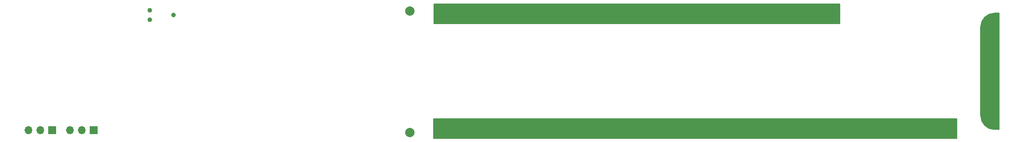
<source format=gbr>
%TF.GenerationSoftware,KiCad,Pcbnew,7.0.6*%
%TF.CreationDate,2023-10-18T20:18:50+02:00*%
%TF.ProjectId,Hydrofoil,48796472-6f66-46f6-996c-2e6b69636164,rev?*%
%TF.SameCoordinates,Original*%
%TF.FileFunction,Soldermask,Bot*%
%TF.FilePolarity,Negative*%
%FSLAX46Y46*%
G04 Gerber Fmt 4.6, Leading zero omitted, Abs format (unit mm)*
G04 Created by KiCad (PCBNEW 7.0.6) date 2023-10-18 20:18:50*
%MOMM*%
%LPD*%
G01*
G04 APERTURE LIST*
%ADD10C,0.150000*%
%ADD11C,0.200000*%
%ADD12R,1.700000X1.700000*%
%ADD13O,1.700000X1.700000*%
%ADD14C,0.990600*%
%ADD15C,2.000000*%
G04 APERTURE END LIST*
D10*
X135717278Y-99373207D02*
X247795002Y-99373207D01*
X247795002Y-103533764D01*
X135717278Y-103533764D01*
X135717278Y-99373207D01*
G36*
X135717278Y-99373207D02*
G01*
X247795002Y-99373207D01*
X247795002Y-103533764D01*
X135717278Y-103533764D01*
X135717278Y-99373207D01*
G37*
D11*
X256900087Y-101665334D02*
X255900087Y-101665334D01*
G75*
G02*
X252900087Y-98665334I13J3000034D01*
G01*
X252900087Y-79665334D01*
G75*
G02*
X255900087Y-76665334I3000013J34D01*
G01*
X256900087Y-76665334D01*
X256900087Y-101665334D01*
G36*
X256900087Y-101665334D02*
G01*
X255900087Y-101665334D01*
G75*
G02*
X252900087Y-98665334I13J3000034D01*
G01*
X252900087Y-79665334D01*
G75*
G02*
X255900087Y-76665334I3000013J34D01*
G01*
X256900087Y-76665334D01*
X256900087Y-101665334D01*
G37*
D10*
X135786546Y-74672328D02*
X222745658Y-74672328D01*
X222745658Y-78898758D01*
X135786546Y-78898758D01*
X135786546Y-74672328D01*
G36*
X135786546Y-74672328D02*
G01*
X222745658Y-74672328D01*
X222745658Y-78898758D01*
X135786546Y-78898758D01*
X135786546Y-74672328D01*
G37*
D12*
%TO.C,J2*%
X62865000Y-101799127D03*
D13*
X60325000Y-101799127D03*
X57785000Y-101799127D03*
%TD*%
D14*
%TO.C,TP1*%
X80010000Y-77034127D03*
X74930000Y-78050127D03*
X74930000Y-76018127D03*
%TD*%
D12*
%TO.C,J1*%
X53975000Y-101799127D03*
D13*
X51435000Y-101799127D03*
X48895000Y-101799127D03*
%TD*%
D15*
%TO.C,CP4*%
X130617262Y-76260138D03*
%TD*%
%TO.C,CP2*%
X130617262Y-102295138D03*
%TD*%
M02*

</source>
